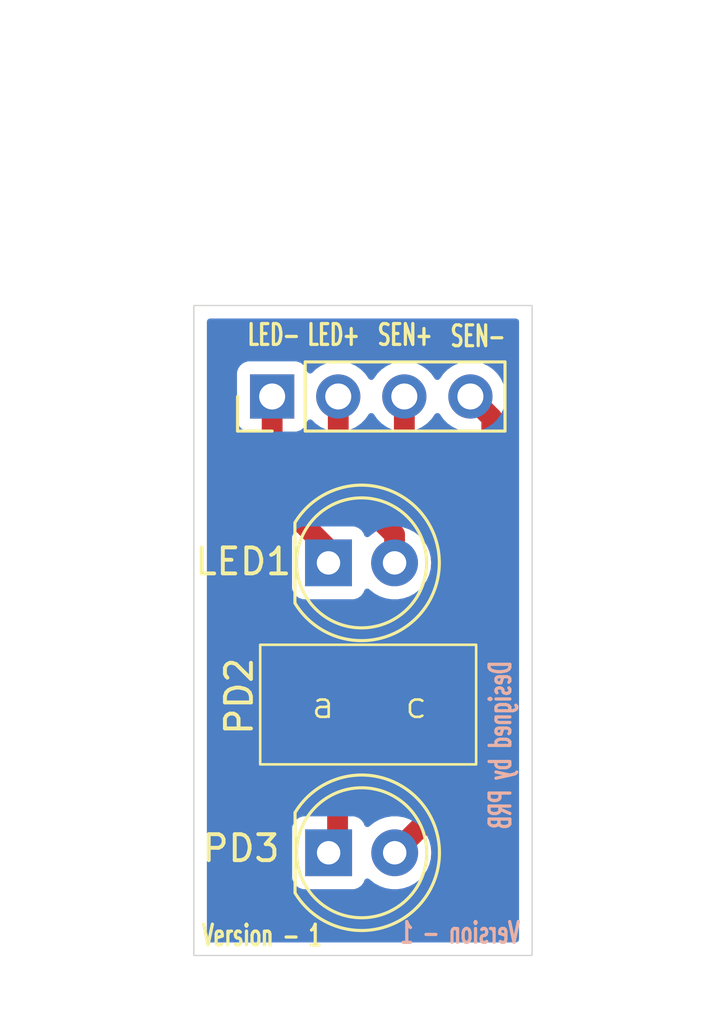
<source format=kicad_pcb>
(kicad_pcb (version 20240108) (generator "pcbnew") (generator_version "8.0")
  (layers (0 "F.Cu" signal) (31 "B.Cu" signal) (34 "B.Paste" user) (35 "F.Paste" user) (36 "B.SilkS" user "B.Silkscreen") (37 "F.SilkS" user "F.Silkscreen") (38 "B.Mask" user) (39 "F.Mask" user) (44 "Edge.Cuts" user))
  (property "designer" "PRB")
  (property "version" "1")
  (net 0 "")
  (net 1 "/LED+")
  (net 2 "/Sen+")
  (net 3 "/LED-")
  (net 4 "/Sen-")
  (footprint "LED_THT:LED_D5.0mm" (layer "F.Cu") (at 139.675 93.35)
    (property "Reference" "LED1" (at -3.275 -0.05 0) (layer "F.SilkS"))
    (property "Value" "TLCR5800" (hide yes))
    (fp_line (start -1.29 -1.545) (end -1.29 1.545) (stroke (width 0.12)) (layer "F.SilkS"))
    (fp_arc (start -1.29 -1.54483) (mid 2.072002 -2.880433) (end 4.26 0.000462) (stroke (width 0.12)) (layer "F.SilkS"))
    (fp_arc (start 4.26 -0.000462) (mid 2.072002 2.880433) (end -1.29 1.54483) (stroke (width 0.12)) (layer "F.SilkS"))
    (fp_circle (center 1.27 0) (end 3.77 0) (stroke (width 0.12)) (fill none) (layer "F.SilkS"))
    (pad "1" thru_hole rect (at 0 0) (size 1.8 1.8) (drill 0.9) (layers "*.Cu" "*.Mask") (net 3 "/LED-"))
    (pad "2" thru_hole circle (at 2.54 0) (size 1.8 1.8) (drill 0.9) (layers "*.Cu" "*.Mask") (net 1 "/LED+"))
  )
  (footprint "LED_THT:LED_D5.0mm_Clear" (layer "F.Cu") (at 139.68 104.5)
    (property "Reference" "PD3" (at -3.37 -0.17 0) (layer "F.SilkS"))
    (property "Value" "BPW96B")
    (fp_line (start -1.29 -1.545) (end -1.29 1.545) (stroke (width 0.12)) (layer "F.SilkS"))
    (fp_arc (start -1.29 -1.54483) (mid 2.071756 -2.880501) (end 4.26 -0.000048) (stroke (width 0.12)) (layer "F.SilkS"))
    (fp_arc (start 4.26 0.000048) (mid 2.071756 2.880501) (end -1.29 1.54483) (stroke (width 0.12)) (layer "F.SilkS"))
    (fp_circle (center 1.27 0) (end 3.77 0) (stroke (width 0.12)) (fill none) (layer "F.SilkS"))
    (pad "1" thru_hole rect (at 0 0) (size 1.8 1.8) (drill 0.9) (layers "*.Cu" "*.Mask") (net 2 "/Sen+"))
    (pad "2" thru_hole circle (at 2.54 0) (size 1.8 1.8) (drill 0.9) (layers "*.Cu" "*.Mask") (net 4 "/Sen-"))
  )
  (footprint "Connector_PinHeader_2.54mm:PinHeader_1x04_P2.54mm_Vertical" (layer "F.Cu") (at 137.51 86.95 90)
    (property "Reference" "J2" (hide yes))
    (property "Value" "Conn_01x04")
    (fp_line (start -1.33 -1.33) (end 0 -1.33) (stroke (width 0.12)) (layer "F.SilkS"))
    (fp_line (start -1.33 0) (end -1.33 -1.33) (stroke (width 0.12)) (layer "F.SilkS"))
    (fp_line (start 1.33 1.27) (end 1.33 8.95) (stroke (width 0.12)) (layer "F.SilkS"))
    (fp_line (start -1.33 1.27) (end 1.33 1.27) (stroke (width 0.12)) (layer "F.SilkS"))
    (fp_line (start -1.33 1.27) (end -1.33 8.95) (stroke (width 0.12)) (layer "F.SilkS"))
    (fp_line (start -1.33 8.95) (end 1.33 8.95) (stroke (width 0.12)) (layer "F.SilkS"))
    (pad "1" thru_hole rect (at 0 0 90) (size 1.7 1.7) (drill 1) (layers "*.Cu" "*.Mask") (net 3 "/LED-"))
    (pad "2" thru_hole oval (at 0 2.54 90) (size 1.7 1.7) (drill 1) (layers "*.Cu" "*.Mask") (net 1 "/LED+"))
    (pad "3" thru_hole oval (at 0 5.08 90) (size 1.7 1.7) (drill 1) (layers "*.Cu" "*.Mask") (net 2 "/Sen+"))
    (pad "4" thru_hole oval (at 0 7.62 90) (size 1.7 1.7) (drill 1) (layers "*.Cu" "*.Mask") (net 4 "/Sen-"))
  )
  (footprint "PBFootPrintLibrary:PLCC_2L_Handsoldering" (layer "F.Cu") (at 141.05 98.8)
    (property "Reference" "PD2" (at -4.81 -0.32 90) (layer "F.SilkS"))
    (property "Value" "QSB34")
    (fp_rect (start -4 -2.3) (end 4.3 2.3) (stroke (width 0.1)) (fill none) (layer "F.SilkS"))
    (fp_text user "c" (at 1.5 0.6 0) (layer "F.SilkS") (effects (font (thickness 0.1)) (justify left bottom)))
    (fp_text user "a" (at -2.1 0.6 0) (layer "F.SilkS") (effects (font (thickness 0.1)) (justify left bottom)))
    (pad "1" smd rect (at -2.8 0 180) (size 1.6 1.8) (layers "F.Cu" "F.Paste" "F.Mask") (net 2 "/Sen+"))
    (pad "2" smd rect (at 3.1 0 180) (size 1.6 1.8) (layers "F.Cu" "F.Paste" "F.Mask") (net 4 "/Sen-"))
  )
  (gr_rect (start 134.5 83.45) (end 147.5 108.45) (stroke (width 0.05)) (fill none) (layer "Edge.Cuts"))
  (gr_text "Designed by ${designer}" (at 146.75 97.05 90) (layer "B.SilkS") (effects (font (size 0.8 0.5) (thickness 0.125) (bold yes)) (justify left bottom mirror)))
  (gr_text "Version - ${version}" (at 147.1 108.05 0) (layer "B.SilkS") (effects (font (size 0.8 0.5) (thickness 0.125) (bold yes)) (justify left bottom mirror)))
  (gr_text "Version - ${version}" (at 134.75 108.15 0) (layer "F.SilkS") (effects (font (size 0.8 0.5) (thickness 0.125) (bold yes)) (justify left bottom)))
  (gr_text "LED-" (at 136.5 85.05 0) (layer "F.SilkS") (effects (font (size 0.8 0.5) (thickness 0.125)) (justify left bottom)))
  (gr_text "LED+" (at 138.8 85.05 0) (layer "F.SilkS") (effects (font (size 0.8 0.5) (thickness 0.125)) (justify left bottom)))
  (gr_text "SEN+" (at 141.5 85.05 0) (layer "F.SilkS") (effects (font (size 0.8 0.5) (thickness 0.125)) (justify left bottom)))
  (gr_text "SEN-" (at 144.3 85.1 0) (layer "F.SilkS") (effects (font (size 0.8 0.5) (thickness 0.125)) (justify left bottom)))
  (segment (start 142.215 93.35) (end 142.215 92.265) (width 0.8) (layer "F.Cu") (net 1))
  (segment (start 142.215 92.265) (end 140.05 90.1) (width 0.8) (layer "F.Cu") (net 1))
  (segment (start 140.05 90.1) (end 140.05 86.95) (width 0.8) (layer "F.Cu") (net 1))
  (segment (start 144.5 96.6) (end 140.45 96.6) (width 0.8) (layer "F.Cu") (net 2))
  (segment (start 140.025 97.025) (end 140.025 104.155) (width 0.8) (layer "F.Cu") (net 2))
  (segment (start 144.5 91.15) (end 144.5 96.6) (width 0.8) (layer "F.Cu") (net 2))
  (segment (start 140.025 104.155) (end 139.68 104.5) (width 0.8) (layer "F.Cu") (net 2))
  (segment (start 142.59 89.24) (end 144.5 91.15) (width 0.8) (layer "F.Cu") (net 2))
  (segment (start 140.45 96.6) (end 140.025 97.025) (width 0.8) (layer "F.Cu") (net 2))
  (segment (start 142.59 86.95) (end 142.59 89.24) (width 0.8) (layer "F.Cu") (net 2))
  (segment (start 140.45 96.6) (end 138.25 98.8) (width 0.8) (layer "F.Cu") (net 2))
  (segment (start 139.675 92.825) (end 137.5 90.65) (width 0.8) (layer "F.Cu") (net 3))
  (segment (start 137.51 90.64) (end 137.51 86.95) (width 0.8) (layer "F.Cu") (net 3))
  (segment (start 139.675 93.35) (end 139.675 92.825) (width 0.8) (layer "F.Cu") (net 3))
  (segment (start 137.5 90.65) (end 137.51 90.64) (width 0.8) (layer "F.Cu") (net 3))
  (segment (start 145.95 87.77) (end 145.13 86.95) (width 0.8) (layer "F.Cu") (net 4))
  (segment (start 142.22 104.5) (end 142.365 104.355) (width 0.8) (layer "F.Cu") (net 4))
  (segment (start 145.95 100.77) (end 145.95 87.77) (width 0.8) (layer "F.Cu") (net 4))
  (segment (start 142.22 104.5) (end 145.95 100.77) (width 0.8) (layer "F.Cu") (net 4))
  (segment (start 144.15 98.8) (end 145.6 98.8) (width 0.8) (layer "F.Cu") (net 4))
  (zone (net 0) (net_name "") (layer "B.Cu") (connect_pads (clearance 0.5)) (min_thickness 0.25) (fill yes (thermal_gap 0.5) (thermal_bridge_width 0.5))
    (polygon (pts (xy 129.45 71.7) (xy 129.8 72.1) (xy 154.85 72.25) (xy 153.75 111.05) (xy 127.05 110.8) (xy 129.7 71.9) (xy 129.55 71.9) (xy 129.7 72)))
  )
)
</source>
